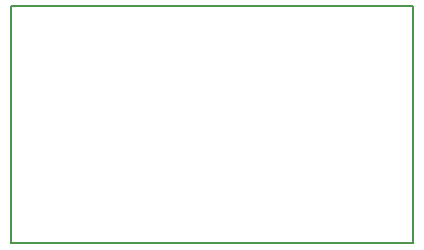
<source format=gbr>
G04 #@! TF.FileFunction,Profile,NP*
%FSLAX46Y46*%
G04 Gerber Fmt 4.6, Leading zero omitted, Abs format (unit mm)*
G04 Created by KiCad (PCBNEW 4.0.2-stable) date 7/13/2016 7:45:57 PM*
%MOMM*%
G01*
G04 APERTURE LIST*
%ADD10C,0.100000*%
%ADD11C,0.150000*%
G04 APERTURE END LIST*
D10*
D11*
X75438000Y-133070600D02*
X75895200Y-133070600D01*
X75438000Y-113030000D02*
X75438000Y-133070600D01*
X109474000Y-133070600D02*
X75844400Y-133070600D01*
X109474000Y-113030000D02*
X109474000Y-133070600D01*
X75438000Y-113030000D02*
X109474009Y-113030000D01*
M02*

</source>
